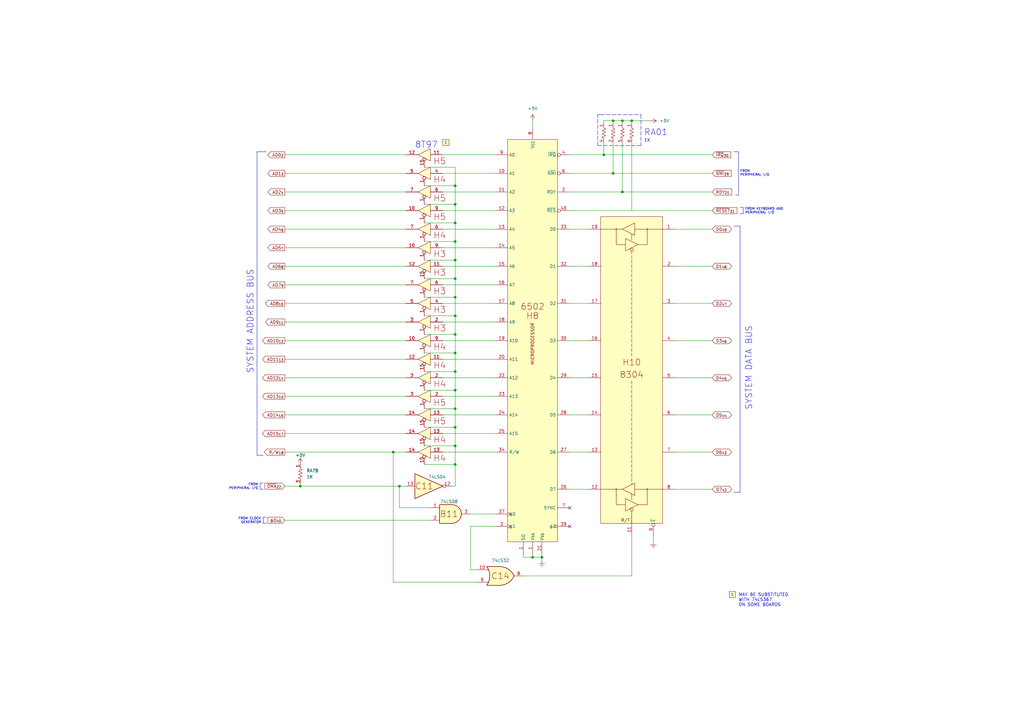
<source format=kicad_sch>
(kicad_sch (version 20211123) (generator eeschema)
  (paper "A3")
  (title_block (title "Apple II - Microprocessor") (date "2022-07-11") (rev "RFI") (company "Apple Computers, Inc.") (comment 1 "Original schematic by Apple Computers") (comment 2 "https://github.com/omega9380/Retro-Schematics") (comment 3 "Replication by Omega9380 - July 2022") (comment 4 "Source: The Apple II Circuit Description by W. Gayler"))
  (lib_symbols
    (symbol "Apple II:B11_74LS08" (pin_names (offset 1.016))
      (property "Value" "B11_74LS08" (at 0 -6.35 0))
      (symbol "B11_74LS08_0_0"
        (text "B11" (at 0 0 0) (effects (font (size 2.54 2.54))))
      )
      (symbol "B11_74LS08_0_1"
        (polyline (pts (xy 1.27 3.81) (xy -3.81 3.81) (xy -3.81 -3.81) (xy 1.27 -3.81)) (stroke (width 0.254)) (fill (type background)))
        (arc (start 1.27 -3.81) (mid 5.08 0) (end 1.27 3.81) (stroke (width 0.254)) (fill (type background)))
      )
      (symbol "B11_74LS08_1_1"
        (pin input line (at -7.62 2.54 0) (length 3.81) (name "~") (number "1"))
        (pin input line (at -7.62 -2.54 0) (length 3.81) (name "~") (number "2"))
        (pin output line (at 8.89 0 180) (length 3.81) (name "~") (number "3"))
      )
      (symbol "B11_74LS08_1_2"
        (arc (start -3.81 -3.81) (mid -2.589 0) (end -3.81 3.81) (stroke (width 0.254)))
        (arc (start -0.6096 -3.81) (mid 2.1842 -2.5851) (end 3.81 0) (stroke (width 0.254)) (fill (type background)))
        (polyline (pts (xy -3.81 -3.81) (xy -0.635 -3.81)) (stroke (width 0.254)) (fill (type background)))
        (polyline (pts (xy -3.81 3.81) (xy -0.635 3.81)) (stroke (width 0.254)) (fill (type background)))
        (polyline (pts (xy -0.635 3.81) (xy -3.81 3.81) (xy -3.81 3.81) (xy -3.556 3.4036) (xy -3.0226 2.2606) (xy -2.6924 1.0414) (xy -2.6162 -0.254) (xy -2.7686 -1.4986) (xy -3.175 -2.7178) (xy -3.81 -3.81) (xy -3.81 -3.81) (xy -0.635 -3.81)) (stroke (width -25.4)) (fill (type background)))
        (arc (start 3.81 0) (mid 2.1915 2.5936) (end -0.6096 3.81) (stroke (width 0.254)) (fill (type background)))
        (pin input inverted (at -7.62 2.54 0) (length 4.318) (name "~") (number "1"))
        (pin input inverted (at -7.62 -2.54 0) (length 4.318) (name "~") (number "2"))
        (pin output inverted (at 7.62 0 180) (length 3.81) (name "~") (number "3"))
      )
      (symbol "B11_74LS08_2_1"
        (pin input line (at -7.62 2.54 0) (length 3.81) (name "~") (number "4"))
        (pin input line (at -7.62 -2.54 0) (length 3.81) (name "~") (number "5"))
        (pin output line (at 8.89 0 180) (length 3.81) (name "~") (number "6"))
      )
      (symbol "B11_74LS08_2_2"
        (arc (start -3.81 -3.81) (mid -2.589 0) (end -3.81 3.81) (stroke (width 0.254)))
        (arc (start -0.6096 -3.81) (mid 2.1842 -2.5851) (end 3.81 0) (stroke (width 0.254)) (fill (type background)))
        (polyline (pts (xy -3.81 -3.81) (xy -0.635 -3.81)) (stroke (width 0.254)) (fill (type background)))
        (polyline (pts (xy -3.81 3.81) (xy -0.635 3.81)) (stroke (width 0.254)) (fill (type background)))
        (polyline (pts (xy -0.635 3.81) (xy -3.81 3.81) (xy -3.81 3.81) (xy -3.556 3.4036) (xy -3.0226 2.2606) (xy -2.6924 1.0414) (xy -2.6162 -0.254) (xy -2.7686 -1.4986) (xy -3.175 -2.7178) (xy -3.81 -3.81) (xy -3.81 -3.81) (xy -0.635 -3.81)) (stroke (width -25.4)) (fill (type background)))
        (arc (start 3.81 0) (mid 2.1915 2.5936) (end -0.6096 3.81) (stroke (width 0.254)) (fill (type background)))
        (pin input inverted (at -7.62 2.54 0) (length 4.318) (name "~") (number "4"))
        (pin input inverted (at -7.62 -2.54 0) (length 4.318) (name "~") (number "5"))
        (pin output inverted (at 7.62 0 180) (length 3.81) (name "~") (number "6"))
      )
      (symbol "B11_74LS08_3_1"
        (pin input line (at -7.62 -2.54 0) (length 3.81) (name "~") (number "10"))
        (pin output line (at 8.89 0 180) (length 3.81) (name "~") (number "8"))
        (pin input line (at -7.62 2.54 0) (length 3.81) (name "~") (number "9"))
      )
      (symbol "B11_74LS08_3_2"
        (arc (start -3.81 -3.81) (mid -2.589 0) (end -3.81 3.81) (stroke (width 0.254)))
        (arc (start -0.6096 -3.81) (mid 2.1842 -2.5851) (end 3.81 0) (stroke (width 0.254)) (fill (type background)))
        (polyline (pts (xy -3.81 -3.81) (xy -0.635 -3.81)) (stroke (width 0.254)) (fill (type background)))
        (polyline (pts (xy -3.81 3.81) (xy -0.635 3.81)) (stroke (width 0.254)) (fill (type background)))
        (polyline (pts (xy -0.635 3.81) (xy -3.81 3.81) (xy -3.81 3.81) (xy -3.556 3.4036) (xy -3.0226 2.2606) (xy -2.6924 1.0414) (xy -2.6162 -0.254) (xy -2.7686 -1.4986) (xy -3.175 -2.7178) (xy -3.81 -3.81) (xy -3.81 -3.81) (xy -0.635 -3.81)) (stroke (width -25.4)) (fill (type background)))
        (arc (start 3.81 0) (mid 2.1915 2.5936) (end -0.6096 3.81) (stroke (width 0.254)) (fill (type background)))
        (pin input inverted (at -7.62 -2.54 0) (length 4.318) (name "~") (number "10"))
        (pin output inverted (at 7.62 0 180) (length 3.81) (name "~") (number "8"))
        (pin input inverted (at -7.62 2.54 0) (length 4.318) (name "~") (number "9"))
      )
      (symbol "B11_74LS08_4_1"
        (pin output line (at 8.89 0 180) (length 3.81) (name "~") (number "11"))
        (pin input line (at -7.62 2.54 0) (length 3.81) (name "~") (number "12"))
        (pin input line (at -7.62 -2.54 0) (length 3.81) (name "~") (number "13"))
      )
      (symbol "B11_74LS08_4_2"
        (arc (start -3.81 -3.81) (mid -2.589 0) (end -3.81 3.81) (stroke (width 0.254)))
        (arc (start -0.6096 -3.81) (mid 2.1842 -2.5851) (end 3.81 0) (stroke (width 0.254)) (fill (type background)))
        (polyline (pts (xy -3.81 -3.81) (xy -0.635 -3.81)) (stroke (width 0.254)) (fill (type background)))
        (polyline (pts (xy -3.81 3.81) (xy -0.635 3.81)) (stroke (width 0.254)) (fill (type background)))
        (polyline (pts (xy -0.635 3.81) (xy -3.81 3.81) (xy -3.81 3.81) (xy -3.556 3.4036) (xy -3.0226 2.2606) (xy -2.6924 1.0414) (xy -2.6162 -0.254) (xy -2.7686 -1.4986) (xy -3.175 -2.7178) (xy -3.81 -3.81) (xy -3.81 -3.81) (xy -0.635 -3.81)) (stroke (width -25.4)) (fill (type background)))
        (arc (start 3.81 0) (mid 2.1915 2.5936) (end -0.6096 3.81) (stroke (width 0.254)) (fill (type background)))
        (pin output inverted (at 7.62 0 180) (length 3.81) (name "~") (number "11"))
        (pin input inverted (at -7.62 2.54 0) (length 4.318) (name "~") (number "12"))
        (pin input inverted (at -7.62 -2.54 0) (length 4.318) (name "~") (number "13"))
      )
    )
    (symbol "Apple II:C11_74LS04"
      (property "Value" "C11_74LS04" (at 7.62 -3.81 0))
      (symbol "C11_74LS04_0_0"
        (polyline (pts (xy -3.81 5.08) (xy -3.81 -5.08) (xy 7.62 0) (xy -3.81 5.08)) (stroke (width 0.254)) (fill (type background)))
        (text "C11" (at 0 0 0) (effects (font (size 2.54 2.54))))
      )
      (symbol "C11_74LS04_1_0"
        (pin input line (at -7.62 0 0) (length 3.81) (name "~") (number "1"))
        (pin output inverted (at 11.43 0 180) (length 3.81) (name "~") (number "2"))
      )
      (symbol "C11_74LS04_2_0"
        (pin input line (at -7.62 0 0) (length 3.81) (name "~") (number "3"))
        (pin output inverted (at 11.43 0 180) (length 3.81) (name "~") (number "4"))
      )
      (symbol "C11_74LS04_3_0"
        (pin input line (at -7.62 0 0) (length 3.81) (name "~") (number "5"))
        (pin output inverted (at 11.43 0 180) (length 3.81) (name "~") (number "6"))
      )
      (symbol "C11_74LS04_4_0"
        (pin output inverted (at 11.43 0 180) (length 3.81) (name "~") (number "8"))
        (pin input line (at -7.62 0 0) (length 3.81) (name "~") (number "9"))
      )
      (symbol "C11_74LS04_5_0"
        (pin output inverted (at 11.43 0 180) (length 3.81) (name "~") (number "10"))
        (pin input line (at -7.62 0 0) (length 3.81) (name "~") (number "11"))
      )
      (symbol "C11_74LS04_6_0"
        (pin output inverted (at 11.43 0 180) (length 3.81) (name "~") (number "12"))
        (pin input line (at -7.62 0 0) (length 3.81) (name "~") (number "13"))
      )
    )
    (symbol "Apple II:C14_74LS32" (pin_names (offset 1.016))
      (property "Value" "C14_74LS32" (at 0 -6.35 0))
      (symbol "C14_74LS32_0_0"
        (polyline (pts (xy -4.064 -2.54) (xy -4.572 -2.54)))
        (polyline (pts (xy -4.064 2.54) (xy -4.572 2.54)))
        (text "C14" (at 0.762 0 0) (effects (font (size 2.54 2.54))))
      )
      (symbol "C14_74LS32_0_1"
        (arc (start -4.8262 -3.81) (mid -3.6052 0) (end -4.8262 3.81) (stroke (width 0.254)))
        (polyline (pts (xy -4.826 -3.81) (xy 0.254 -3.81)) (stroke (width 0.254)) (fill (type background)))
        (polyline (pts (xy -4.826 3.81) (xy 0.254 3.81)) (stroke (width 0.254)) (fill (type background)))
        (polyline (pts (xy 0.508 3.81) (xy -4.699 3.81) (xy -4.699 3.81) (xy -4.445 3.4036) (xy -3.9116 2.2606) (xy -3.5814 1.0414) (xy -3.5052 -0.254) (xy -3.6576 -1.4986) (xy -4.064 -2.7178) (xy -4.699 -3.81) (xy -4.699 -3.81) (xy 0.508 -3.81)) (stroke (width -25.4)) (fill (type background)))
        (arc (start 0.254 -3.81) (mid 3.8863 -2.8398) (end 6.35 0) (stroke (width 0.254)) (fill (type background)))
        (arc (start 6.35 0) (mid 3.8942 2.8525) (end 0.254 3.81) (stroke (width 0.254)) (fill (type background)))
      )
      (symbol "C14_74LS32_1_1"
        (pin input line (at -8.89 2.54 0) (length 4.318) (name "~") (number "1"))
        (pin input line (at -8.89 -2.54 0) (length 4.318) (name "~") (number "2"))
        (pin output line (at 10.16 0 180) (length 3.81) (name "~") (number "3"))
      )
      (symbol "C14_74LS32_1_2"
        (arc (start 0 -3.81) (mid 3.81 0) (end 0 3.81) (stroke (width 0.254)) (fill (type background)))
        (polyline (pts (xy 0 3.81) (xy -3.81 3.81) (xy -3.81 -3.81) (xy 0 -3.81)) (stroke (width 0.254)) (fill (type background)))
        (pin input inverted (at -7.62 2.54 0) (length 3.81) (name "~") (number "1"))
        (pin input inverted (at -7.62 -2.54 0) (length 3.81) (name "~") (number "2"))
        (pin output inverted (at 7.62 0 180) (length 3.81) (name "~") (number "3"))
      )
      (symbol "C14_74LS32_2_1"
        (pin input line (at -8.89 2.54 0) (length 4.318) (name "~") (number "4"))
        (pin input line (at -8.89 -2.54 0) (length 4.318) (name "~") (number "5"))
        (pin output line (at 10.16 0 180) (length 3.81) (name "~") (number "6"))
      )
      (symbol "C14_74LS32_2_2"
        (arc (start 0 -3.81) (mid 3.81 0) (end 0 3.81) (stroke (width 0.254)) (fill (type background)))
        (polyline (pts (xy 0 3.81) (xy -3.81 3.81) (xy -3.81 -3.81) (xy 0 -3.81)) (stroke (width 0.254)) (fill (type background)))
        (pin input inverted (at -7.62 2.54 0) (length 3.81) (name "~") (number "4"))
        (pin input inverted (at -7.62 -2.54 0) (length 3.81) (name "~") (number "5"))
        (pin output inverted (at 7.62 0 180) (length 3.81) (name "~") (number "6"))
      )
      (symbol "C14_74LS32_3_1"
        (pin input line (at -8.89 -2.54 0) (length 4.318) (name "~") (number "10"))
        (pin output line (at 10.16 0 180) (length 3.81) (name "~") (number "8"))
        (pin input line (at -8.89 2.54 0) (length 4.318) (name "~") (number "9"))
      )
      (symbol "C14_74LS32_3_2"
        (arc (start 0 -3.81) (mid 3.81 0) (end 0 3.81) (stroke (width 0.254)) (fill (type background)))
        (polyline (pts (xy 0 3.81) (xy -3.81 3.81) (xy -3.81 -3.81) (xy 0 -3.81)) (stroke (width 0.254)) (fill (type background)))
        (pin input inverted (at -7.62 -2.54 0) (length 3.81) (name "~") (number "10"))
        (pin output inverted (at 7.62 0 180) (length 3.81) (name "~") (number "8"))
        (pin input inverted (at -7.62 2.54 0) (length 3.81) (name "~") (number "9"))
      )
      (symbol "C14_74LS32_4_1"
        (pin output line (at 10.16 0 180) (length 3.81) (name "~") (number "11"))
        (pin input line (at -8.89 2.54 0) (length 4.318) (name "~") (number "12"))
        (pin input line (at -8.89 -2.54 0) (length 4.318) (name "~") (number "13"))
      )
      (symbol "C14_74LS32_4_2"
        (arc (start 0 -3.81) (mid 3.81 0) (end 0 3.81) (stroke (width 0.254)) (fill (type background)))
        (polyline (pts (xy 0 3.81) (xy -3.81 3.81) (xy -3.81 -3.81) (xy 0 -3.81)) (stroke (width 0.254)) (fill (type background)))
        (pin output inverted (at 7.62 0 180) (length 3.81) (name "~") (number "11"))
        (pin input inverted (at -7.62 2.54 0) (length 3.81) (name "~") (number "12"))
        (pin input inverted (at -7.62 -2.54 0) (length 3.81) (name "~") (number "13"))
      )
    )
    (symbol "Apple II:H10_8304"
      (symbol "H10_8304_0_0"
        (polyline (pts (xy 0 -111.76) (xy 8.89 -111.76)))
        (polyline (pts (xy 0 -5.08) (xy 8.89 -5.08)))
        (polyline (pts (xy 12.7 -124.46) (xy 12.7 -125.73)))
        (polyline (pts (xy 12.7 -122.555) (xy 12.7 -123.825)))
        (polyline (pts (xy 12.7 -113.665) (xy 12.7 -116.078)))
        (polyline (pts (xy 12.7 -109.22) (xy 12.7 -109.855)))
        (polyline (pts (xy 12.7 -107.315) (xy 12.7 -108.585)))
        (polyline (pts (xy 12.7 -105.41) (xy 12.7 -106.68)))
        (polyline (pts (xy 12.7 -103.505) (xy 12.7 -104.775)))
        (polyline (pts (xy 12.7 -101.6) (xy 12.7 -102.87)))
        (polyline (pts (xy 12.7 -99.695) (xy 12.7 -100.965)))
        (polyline (pts (xy 12.7 -97.79) (xy 12.7 -99.06)))
        (polyline (pts (xy 12.7 -95.885) (xy 12.7 -97.155)))
        (polyline (pts (xy 12.7 -93.98) (xy 12.7 -95.25)))
        (polyline (pts (xy 12.7 -92.075) (xy 12.7 -93.345)))
        (polyline (pts (xy 12.7 -90.17) (xy 12.7 -91.44)))
        (polyline (pts (xy 12.7 -88.265) (xy 12.7 -89.535)))
        (polyline (pts (xy 12.7 -86.36) (xy 12.7 -87.63)))
        (polyline (pts (xy 12.7 -84.455) (xy 12.7 -85.725)))
        (polyline (pts (xy 12.7 -82.55) (xy 12.7 -83.82)))
        (polyline (pts (xy 12.7 -80.645) (xy 12.7 -81.915)))
        (polyline (pts (xy 12.7 -78.74) (xy 12.7 -80.01)))
        (polyline (pts (xy 12.7 -76.835) (xy 12.7 -78.105)))
        (polyline (pts (xy 12.7 -74.93) (xy 12.7 -76.2)))
        (polyline (pts (xy 12.7 -73.025) (xy 12.7 -74.295)))
        (polyline (pts (xy 12.7 -71.12) (xy 12.7 -72.39)))
        (polyline (pts (xy 12.7 -69.215) (xy 12.7 -70.485)))
        (polyline (pts (xy 12.7 -67.31) (xy 12.7 -68.58)))
        (polyline (pts (xy 12.7 -55.88) (xy 12.7 -57.15)))
        (polyline (pts (xy 12.7 -53.975) (xy 12.7 -55.245)))
        (polyline (pts (xy 12.7 -52.07) (xy 12.7 -53.34)))
        (polyline (pts (xy 12.7 -50.165) (xy 12.7 -51.435)))
        (polyline (pts (xy 12.7 -48.26) (xy 12.7 -49.53)))
        (polyline (pts (xy 12.7 -46.355) (xy 12.7 -47.625)))
        (polyline (pts (xy 12.7 -44.45) (xy 12.7 -45.72)))
        (polyline (pts (xy 12.7 -42.545) (xy 12.7 -43.815)))
        (polyline (pts (xy 12.7 -40.64) (xy 12.7 -41.91)))
        (polyline (pts (xy 12.7 -38.735) (xy 12.7 -40.005)))
        (polyline (pts (xy 12.7 -36.83) (xy 12.7 -38.1)))
        (polyline (pts (xy 12.7 -34.925) (xy 12.7 -36.195)))
        (polyline (pts (xy 12.7 -33.02) (xy 12.7 -34.29)))
        (polyline (pts (xy 12.7 -31.115) (xy 12.7 -32.385)))
        (polyline (pts (xy 12.7 -29.21) (xy 12.7 -30.48)))
        (polyline (pts (xy 12.7 -27.305) (xy 12.7 -28.575)))
        (polyline (pts (xy 12.7 -25.4) (xy 12.7 -26.67)))
        (polyline (pts (xy 12.7 -23.495) (xy 12.7 -24.765)))
        (polyline (pts (xy 12.7 -21.59) (xy 12.7 -22.86)))
        (polyline (pts (xy 12.7 -19.685) (xy 12.7 -20.955)))
        (polyline (pts (xy 12.7 -17.78) (xy 12.7 -19.05)))
        (polyline (pts (xy 12.7 -15.875) (xy 12.7 -17.145)))
        (polyline (pts (xy 12.7 -14.097) (xy 12.7 -15.24)))
        (polyline (pts (xy 12.7 -7.112) (xy 12.7 -9.525)))
        (polyline (pts (xy 25.4 -111.76) (xy 13.97 -111.76)))
        (polyline (pts (xy 25.4 -5.08) (xy 13.97 -5.08)))
        (polyline (pts (xy 10.16 -118.11) (xy 6.35 -118.11) (xy 6.35 -111.76)))
        (polyline (pts (xy 10.16 -11.43) (xy 6.35 -11.43) (xy 6.35 -5.08)))
        (polyline (pts (xy 15.24 -118.11) (xy 19.05 -118.11) (xy 19.05 -111.76)))
        (polyline (pts (xy 15.24 -11.43) (xy 19.05 -11.43) (xy 19.05 -5.08)))
        (polyline (pts (xy 8.89 -111.76) (xy 13.97 -109.22) (xy 13.97 -114.3) (xy 8.89 -111.76)) (fill (type background)))
        (polyline (pts (xy 8.89 -5.08) (xy 13.97 -2.54) (xy 13.97 -7.62) (xy 8.89 -5.08)) (fill (type background)))
        (polyline (pts (xy 15.24 -118.11) (xy 10.16 -120.65) (xy 10.16 -115.57) (xy 15.24 -118.11)) (fill (type background)))
        (polyline (pts (xy 15.24 -11.43) (xy 10.16 -13.97) (xy 10.16 -8.89) (xy 15.24 -11.43)) (fill (type background)))
        (circle (center 6.35 -111.76) (radius 0.1796) (fill (type outline)))
        (circle (center 6.35 -5.08) (radius 0.1796) (fill (type outline)))
        (circle (center 19.05 -111.76) (radius 0.1796) (fill (type outline)))
        (circle (center 19.05 -5.08) (radius 0.1796) (fill (type outline)))
        (text "8304" (at 12.7 -64.77 0) (effects (font (size 2.54 2.54))))
        (text "H10" (at 12.7 -59.69 0) (effects (font (size 2.54 2.54))))
        (text "R/T" (at 10.16 -124.46 0) (effects (font (size 1.27 1.27))))
      )
      (symbol "H10_8304_0_1"
        (polyline (pts (xy 12.7 -120.777) (xy 12.7 -125.73)))
        (rectangle (start 0 0) (end 25.4 -125.73) (fill (type background)))
        (circle (center 12.7 -120.142) (radius 0.635))
        (circle (center 12.7 -13.462) (radius 0.635))
      )
      (symbol "H10_8304_1_0"
        (pin passive line (at 30.48 -5.08 180) (length 5.08) (name "") (number "1"))
        (pin passive line (at 12.7 -130.81 90) (length 5.08) (name "") (number "11"))
        (pin passive line (at -5.08 -111.76 0) (length 5.08) (name "") (number "12"))
        (pin passive line (at -5.08 -96.52 0) (length 5.08) (name "") (number "13"))
        (pin passive line (at -5.08 -81.28 0) (length 5.08) (name "") (number "14"))
        (pin passive line (at -5.08 -66.04 0) (length 5.08) (name "") (number "15"))
        (pin passive line (at -5.08 -50.8 0) (length 5.08) (name "~") (number "16"))
        (pin passive line (at -5.08 -35.56 0) (length 5.08) (name "~") (number "17"))
        (pin passive line (at -5.08 -20.32 0) (length 5.08) (name "~") (number "18"))
        (pin passive line (at -5.08 -5.08 0) (length 5.08) (name "~") (number "19"))
        (pin passive line (at 30.48 -20.32 180) (length 5.08) (name "~") (number "2"))
        (pin passive line (at 30.48 -35.56 180) (length 5.08) (name "~") (number "3"))
        (pin passive line (at 30.48 -50.8 180) (length 5.08) (name "~") (number "4"))
        (pin passive line (at 30.48 -66.04 180) (length 5.08) (name "") (number "5"))
        (pin passive line (at 30.48 -81.28 180) (length 5.08) (name "") (number "6"))
        (pin passive line (at 30.48 -96.52 180) (length 5.08) (name "") (number "7"))
        (pin passive line (at 30.48 -111.76 180) (length 5.08) (name "") (number "8"))
        (pin passive inverted (at 21.59 -130.81 90) (length 5.08) (name "~{E}") (number "9"))
      )
    )
    (symbol "Apple II:H3_8T97"
      (symbol "H3_8T97_0_0"
        (polyline (pts (xy 3.81 0) (xy -1.27 2.54) (xy -1.27 -2.54) (xy 3.81 0)) (fill (type background)))
        (text "H3" (at -5.08 -2.54 0) (effects (font (size 2.54 2.54))))
      )
      (symbol "H3_8T97_1_0"
        (pin passive inverted (at 1.27 -5.08 90) (length 3.81) (name "") (number "1"))
        (pin passive line (at -6.35 0 0) (length 5.08) (name "") (number "2"))
        (pin passive line (at 8.89 0 180) (length 5.08) (name "") (number "3"))
      )
      (symbol "H3_8T97_2_0"
        (pin passive inverted (at 1.27 -5.08 90) (length 3.81) (name "") (number "1"))
        (pin passive line (at -6.35 0 0) (length 5.08) (name "") (number "4"))
        (pin passive line (at 8.89 0 180) (length 5.08) (name "") (number "5"))
      )
      (symbol "H3_8T97_3_0"
        (pin passive inverted (at 1.27 -5.08 90) (length 3.81) (name "") (number "1"))
        (pin passive line (at -6.35 0 0) (length 5.08) (name "") (number "6"))
        (pin passive line (at 8.89 0 180) (length 5.08) (name "") (number "7"))
      )
      (symbol "H3_8T97_4_0"
        (pin passive inverted (at 1.27 -5.08 90) (length 3.81) (name "") (number "1"))
        (pin passive line (at 8.89 0 180) (length 5.08) (name "") (number "10"))
        (pin passive line (at -6.35 0 0) (length 5.08) (name "") (number "9"))
      )
      (symbol "H3_8T97_5_0"
        (pin passive line (at -6.35 0 0) (length 5.08) (name "") (number "11"))
        (pin passive line (at 8.89 0 180) (length 5.08) (name "") (number "12"))
        (pin passive inverted (at 1.27 -5.08 90) (length 3.81) (name "") (number "15"))
      )
      (symbol "H3_8T97_6_0"
        (pin passive line (at -6.35 0 0) (length 5.08) (name "") (number "13"))
        (pin passive line (at 8.89 0 180) (length 5.08) (name "") (number "14"))
        (pin passive inverted (at 1.27 -5.08 90) (length 3.81) (name "") (number "15"))
      )
    )
    (symbol "Apple II:H4_8T97"
      (symbol "H4_8T97_0_0"
        (polyline (pts (xy 3.81 0) (xy -1.27 2.54) (xy -1.27 -2.54) (xy 3.81 0)) (fill (type background)))
        (text "H4" (at -5.08 -2.54 0) (effects (font (size 2.54 2.54))))
      )
      (symbol "H4_8T97_1_0"
        (pin passive inverted (at 1.27 -5.08 90) (length 3.81) (name "") (number "1"))
        (pin passive line (at -6.35 0 0) (length 5.08) (name "") (number "2"))
        (pin passive line (at 8.89 0 180) (length 5.08) (name "") (number "3"))
      )
      (symbol "H4_8T97_2_0"
        (pin passive inverted (at 1.27 -5.08 90) (length 3.81) (name "") (number "1"))
        (pin passive line (at -6.35 0 0) (length 5.08) (name "") (number "4"))
        (pin passive line (at 8.89 0 180) (length 5.08) (name "") (number "5"))
      )
      (symbol "H4_8T97_3_0"
        (pin passive inverted (at 1.27 -5.08 90) (length 3.81) (name "") (number "1"))
        (pin passive line (at -6.35 0 0) (length 5.08) (name "") (number "6"))
        (pin passive line (at 8.89 0 180) (length 5.08) (name "") (number "7"))
      )
      (symbol "H4_8T97_4_0"
        (pin passive inverted (at 1.27 -5.08 90) (length 3.81) (name "") (number "1"))
        (pin passive line (at 8.89 0 180) (length 5.08) (name "") (number "10"))
        (pin passive line (at -6.35 0 0) (length 5.08) (name "") (number "9"))
      )
      (symbol "H4_8T97_5_0"
        (pin passive line (at -6.35 0 0) (length 5.08) (name "") (number "11"))
        (pin passive line (at 8.89 0 180) (length 5.08) (name "") (number "12"))
        (pin passive inverted (at 1.27 -5.08 90) (length 3.81) (name "") (number "15"))
      )
      (symbol "H4_8T97_6_0"
        (pin passive line (at -6.35 0 0) (length 5.08) (name "") (number "13"))
        (pin passive line (at 8.89 0 180) (length 5.08) (name "") (number "14"))
        (pin passive inverted (at 1.27 -5.08 90) (length 3.81) (name "") (number "15"))
      )
    )
    (symbol "Apple II:H5_8T97"
      (symbol "H5_8T97_0_0"
        (polyline (pts (xy 3.81 0) (xy -1.27 2.54) (xy -1.27 -2.54) (xy 3.81 0)) (fill (type background)))
        (text "H5" (at -5.08 -2.54 0) (effects (font (size 2.54 2.54))))
      )
      (symbol "H5_8T97_1_0"
        (pin passive inverted (at 1.27 -5.08 90) (length 3.81) (name "") (number "1"))
        (pin passive line (at -6.35 0 0) (length 5.08) (name "") (number "2"))
        (pin passive line (at 8.89 0 180) (length 5.08) (name "") (number "3"))
      )
      (symbol "H5_8T97_2_0"
        (pin passive inverted (at 1.27 -5.08 90) (length 3.81) (name "") (number "1"))
        (pin passive line (at -6.35 0 0) (length 5.08) (name "") (number "4"))
        (pin passive line (at 8.89 0 180) (length 5.08) (name "") (number "5"))
      )
      (symbol "H5_8T97_3_0"
        (pin passive inverted (at 1.27 -5.08 90) (length 3.81) (name "") (number "1"))
        (pin passive line (at -6.35 0 0) (length 5.08) (name "") (number "6"))
        (pin passive line (at 8.89 0 180) (length 5.08) (name "") (number "7"))
      )
      (symbol "H5_8T97_4_0"
        (pin passive inverted (at 1.27 -5.08 90) (length 3.81) (name "") (number "1"))
        (pin passive line (at 8.89 0 180) (length 5.08) (name "") (number "10"))
        (pin passive line (at -6.35 0 0) (length 5.08) (name "") (number "9"))
      )
      (symbol "H5_8T97_5_0"
        (pin passive line (at -6.35 0 0) (length 5.08) (name "") (number "11"))
        (pin passive line (at 8.89 0 180) (length 5.08) (name "") (number "12"))
        (pin passive inverted (at 1.27 -5.08 90) (length 3.81) (name "") (number "15"))
      )
      (symbol "H5_8T97_6_0"
        (pin passive line (at -6.35 0 0) (length 5.08) (name "") (number "13"))
        (pin passive line (at 8.89 0 180) (length 5.08) (name "") (number "14"))
        (pin passive inverted (at 1.27 -5.08 90) (length 3.81) (name "") (number "15"))
      )
    )
    (symbol "Apple II:H8_6502"
      (symbol "H8_6502_0_0"
        (rectangle (start 0 0) (end 20.32 -165.1) (fill (type background)))
        (text "6502" (at 10.16 -68.58 0) (effects (font (size 2.54 2.54))))
        (text "H8" (at 10.16 -72.39 0) (effects (font (size 2.54 2.54))))
        (text "MICROPROCESSOR" (at 10.16 -83.82 900) (effects (font (size 1.27 1.27))))
      )
      (symbol "H8_6502_1_0"
        (pin passive line (at 6.35 -170.18 90) (length 5.08) (name "SO") (number "1"))
        (pin passive line (at 10.16 -170.18 90) (length 5.08) (name "V_{SS}") (number "1"))
        (pin passive line (at -5.08 -13.97 0) (length 5.08) (name "A1") (number "10"))
        (pin passive line (at -5.08 -21.59 0) (length 5.08) (name "A2") (number "11"))
        (pin passive line (at -5.08 -29.21 0) (length 5.08) (name "A3") (number "12"))
        (pin passive line (at -5.08 -36.83 0) (length 5.08) (name "A4") (number "13"))
        (pin passive line (at -5.08 -44.45 0) (length 5.08) (name "A5") (number "14"))
        (pin passive line (at -5.08 -52.07 0) (length 5.08) (name "A6") (number "15"))
        (pin passive line (at -5.08 -59.69 0) (length 5.08) (name "A7") (number "16"))
        (pin passive line (at -5.08 -67.31 0) (length 5.08) (name "A8") (number "17"))
        (pin passive line (at -5.08 -74.93 0) (length 5.08) (name "A9") (number "18"))
        (pin passive line (at -5.08 -82.55 0) (length 5.08) (name "A10") (number "19"))
        (pin passive line (at 25.4 -21.59 180) (length 5.08) (name "RDY") (number "2"))
        (pin passive line (at -5.08 -90.17 0) (length 5.08) (name "A11") (number "20"))
        (pin passive line (at 13.97 -170.18 90) (length 5.08) (name "V_{SS}") (number "21"))
        (pin passive line (at -5.08 -97.79 0) (length 5.08) (name "A12") (number "22"))
        (pin passive line (at -5.08 -105.41 0) (length 5.08) (name "A13") (number "23"))
        (pin passive line (at -5.08 -113.03 0) (length 5.08) (name "A14") (number "24"))
        (pin passive line (at -5.08 -120.65 0) (length 5.08) (name "A15") (number "25"))
        (pin passive line (at 25.4 -143.51 180) (length 5.08) (name "D7") (number "26"))
        (pin passive line (at 25.4 -128.27 180) (length 5.08) (name "D6") (number "27"))
        (pin passive line (at 25.4 -113.03 180) (length 5.08) (name "D5") (number "28"))
        (pin passive line (at 25.4 -97.79 180) (length 5.08) (name "D4") (number "29"))
        (pin passive clock (at -5.08 -158.75 0) (length 5.08) (name "ɸ1") (number "3"))
        (pin passive line (at 25.4 -82.55 180) (length 5.08) (name "D3") (number "30"))
        (pin passive line (at 25.4 -67.31 180) (length 5.08) (name "D2") (number "31"))
        (pin passive line (at 25.4 -52.07 180) (length 5.08) (name "D1") (number "32"))
        (pin passive line (at 25.4 -36.83 180) (length 5.08) (name "D0") (number "33"))
        (pin passive line (at -5.08 -128.27 0) (length 5.08) (name "R/W") (number "34"))
        (pin passive clock (at -5.08 -153.67 0) (length 5.08) (name "ɸ0") (number "37"))
        (pin passive clock (at 25.4 -158.75 180) (length 5.08) (name "ɸ2") (number "39"))
        (pin passive inverted (at 25.4 -6.35 180) (length 5.08) (name "~{IRQ}") (number "4"))
        (pin passive inverted (at 25.4 -29.21 180) (length 5.08) (name "~{RES}") (number "40"))
        (pin passive inverted (at 25.4 -13.97 180) (length 5.08) (name "~{NMI}") (number "6"))
        (pin passive line (at 25.4 -151.13 180) (length 5.08) (name "SYNC") (number "7"))
        (pin passive line (at 10.16 5.08 270) (length 5.08) (name "V_{CC}") (number "8"))
        (pin passive line (at -5.08 -6.35 0) (length 5.08) (name "A0") (number "9"))
      )
    )
    (symbol "Apple II:NOTE_NUMBER"
      (property "Value" "NOTE_NUMBER" (at 0 0 0))
      (symbol "NOTE_NUMBER_0_0"
        (rectangle (start -1.27 1.27) (end 1.27 -1.27) (fill (type background)))
      )
    )
    (symbol "Apple II:R_Network08_US_Split" (pin_names (offset 0) hide)
      (property "Reference" "RN" (at 2.032 0 90))
      (property "Value" "R_Network08_US_Split" (at 5.08 0 90))
      (symbol "R_Network08_US_Split_0_1"
        (polyline (pts (xy 0 2.54) (xy 0 2.032) (xy 0.762 1.6764) (xy -0.762 1.016) (xy 0.762 0.3556) (xy -0.762 -0.3302) (xy 0.762 -1.016) (xy -0.762 -1.6764) (xy 0 -2.032) (xy 0 -2.54)))
        (pin passive line (at 0 3.81 270) (length 1.27) (name "R1.1") (number "1"))
      )
      (symbol "R_Network08_US_Split_1_1"
        (pin passive line (at 0 -3.81 90) (length 1.27) (name "R1.2") (number "2"))
      )
      (symbol "R_Network08_US_Split_2_1"
        (pin passive line (at 0 -3.81 90) (length 1.27) (name "R2.2") (number "3"))
      )
      (symbol "R_Network08_US_Split_3_1"
        (pin passive line (at 0 -3.81 90) (length 1.27) (name "R3.2") (number "4"))
      )
      (symbol "R_Network08_US_Split_4_1"
        (pin passive line (at 0 -3.81 90) (length 1.27) (name "R4.2") (number "5"))
      )
      (symbol "R_Network08_US_Split_5_1"
        (pin passive line (at 0 -3.81 90) (length 1.27) (name "R5.2") (number "6"))
      )
      (symbol "R_Network08_US_Split_6_1"
        (pin passive line (at 0 -3.81 90) (length 1.27) (name "R6.2") (number "7"))
      )
      (symbol "R_Network08_US_Split_7_1"
        (pin passive line (at 0 -3.81 90) (length 1.27) (name "R7.2") (number "8"))
      )
      (symbol "R_Network08_US_Split_8_1"
        (pin passive line (at 0 -3.81 90) (length 1.27) (name "R8.2") (number "9"))
      )
    )
    (symbol "power:+5V" (power) (pin_names (offset 0))
      (property "Value" "+5V" (at 0 3.556 0))
      (symbol "+5V_0_1"
        (polyline (pts (xy -0.762 1.27) (xy 0 2.54)))
        (polyline (pts (xy 0 0) (xy 0 2.54)))
        (polyline (pts (xy 0 2.54) (xy 0.762 1.27)))
      )
      (symbol "+5V_1_1"
        (pin power_in line (at 0 0 90) (length 0) hide (name "+5V") (number "1"))
      )
    )
    (symbol "power:Earth" (power) (pin_names (offset 0))
      (symbol "Earth_0_1"
        (polyline (pts (xy -0.635 -1.905) (xy 0.635 -1.905)))
        (polyline (pts (xy -0.127 -2.54) (xy 0.127 -2.54)))
        (polyline (pts (xy 0 -1.27) (xy 0 0)))
        (polyline (pts (xy 1.27 -1.27) (xy -1.27 -1.27)))
      )
      (symbol "Earth_1_1"
        (pin power_in line (at 0 0 270) (length 0) hide (name "Earth") (number "1"))
      )
    )
  )
  (junction (at 186.69 99.06))
  (junction (at 186.69 121.92))
  (junction (at 186.69 182.88))
  (junction (at 251.46 49.53))
  (junction (at 186.69 167.64))
  (junction (at 186.69 76.2))
  (junction (at 163.83 199.39))
  (junction (at 123.19 199.39))
  (junction (at 186.69 129.54))
  (junction (at 186.69 160.02))
  (junction (at 186.69 152.4))
  (junction (at 161.29 185.42))
  (junction (at 259.08 49.53))
  (junction (at 251.46 71.12))
  (junction (at 255.27 49.53))
  (junction (at 247.65 63.5))
  (junction (at 218.44 228.6))
  (junction (at 186.69 106.68))
  (junction (at 186.69 190.5))
  (junction (at 186.69 175.26))
  (junction (at 186.69 137.16))
  (junction (at 222.25 228.6))
  (junction (at 186.69 83.82))
  (junction (at 186.69 144.78))
  (junction (at 186.69 114.3))
  (junction (at 255.27 78.74))
  (junction (at 186.69 91.44))
  (no_connect (at 233.68 208.28))
  (no_connect (at 233.68 215.9))
  (wire (pts (xy 173.99 106.68) (xy 186.69 106.68)))
  (wire (pts (xy 233.68 71.12) (xy 251.46 71.12)))
  (wire (pts (xy 116.84 86.36) (xy 166.37 86.36)))
  (wire (pts (xy 123.19 198.12) (xy 123.19 199.39)))
  (wire (pts (xy 181.61 124.46) (xy 203.2 124.46)))
  (polyline (pts (xy 107.95 212.09) (xy 107.95 214.63)) (stroke (width 0) (type solid)))
  (wire (pts (xy 123.19 199.39) (xy 163.83 199.39)))
  (wire (pts (xy 116.84 101.6) (xy 166.37 101.6)))
  (polyline (pts (xy 107.95 186.69) (xy 105.41 186.69)) (stroke (width 0) (type solid)))
  (wire (pts (xy 193.04 215.9) (xy 193.04 233.68)))
  (wire (pts (xy 176.53 208.28) (xy 163.83 208.28)))
  (wire (pts (xy 173.99 129.54) (xy 186.69 129.54)))
  (wire (pts (xy 173.99 114.3) (xy 186.69 114.3)))
  (wire (pts (xy 241.3 124.46) (xy 233.68 124.46)))
  (wire (pts (xy 186.69 137.16) (xy 186.69 144.78)))
  (wire (pts (xy 173.99 83.82) (xy 186.69 83.82)))
  (wire (pts (xy 116.84 132.08) (xy 166.37 132.08)))
  (polyline (pts (xy 303.53 92.71) (xy 303.53 201.93)) (stroke (width 0) (type solid)))
  (wire (pts (xy 116.84 124.46) (xy 166.37 124.46)))
  (wire (pts (xy 186.69 91.44) (xy 186.69 99.06)))
  (wire (pts (xy 181.61 71.12) (xy 203.2 71.12)))
  (wire (pts (xy 259.08 49.53) (xy 259.08 50.8)))
  (wire (pts (xy 116.84 154.94) (xy 166.37 154.94)))
  (wire (pts (xy 247.65 49.53) (xy 251.46 49.53)))
  (wire (pts (xy 116.84 213.36) (xy 176.53 213.36)))
  (wire (pts (xy 292.1 63.5) (xy 247.65 63.5)))
  (polyline (pts (xy 246.38 46.99) (xy 262.89 46.99)))
  (wire (pts (xy 241.3 154.94) (xy 233.68 154.94)))
  (wire (pts (xy 181.61 132.08) (xy 203.2 132.08)))
  (wire (pts (xy 292.1 154.94) (xy 276.86 154.94)))
  (wire (pts (xy 173.99 190.5) (xy 186.69 190.5)))
  (wire (pts (xy 292.1 93.98) (xy 276.86 93.98)))
  (wire (pts (xy 116.84 162.56) (xy 166.37 162.56)))
  (wire (pts (xy 186.69 114.3) (xy 186.69 121.92)))
  (wire (pts (xy 241.3 185.42) (xy 233.68 185.42)))
  (wire (pts (xy 195.58 238.76) (xy 161.29 238.76)))
  (wire (pts (xy 247.65 50.8) (xy 247.65 49.53)))
  (wire (pts (xy 173.99 76.2) (xy 186.69 76.2)))
  (wire (pts (xy 241.3 170.18) (xy 233.68 170.18)))
  (wire (pts (xy 267.97 222.25) (xy 267.97 219.71)))
  (wire (pts (xy 116.84 109.22) (xy 166.37 109.22)))
  (wire (pts (xy 181.61 177.8) (xy 203.2 177.8)))
  (wire (pts (xy 186.69 83.82) (xy 186.69 91.44)))
  (wire (pts (xy 292.1 78.74) (xy 255.27 78.74)))
  (polyline (pts (xy 300.99 62.23) (xy 302.895 62.23)) (stroke (width 0) (type solid)))
  (wire (pts (xy 292.1 200.66) (xy 276.86 200.66)))
  (wire (pts (xy 173.99 167.64) (xy 186.69 167.64)))
  (wire (pts (xy 163.83 199.39) (xy 166.37 199.39)))
  (wire (pts (xy 292.1 109.22) (xy 276.86 109.22)))
  (wire (pts (xy 233.68 86.36) (xy 292.1 86.36)))
  (wire (pts (xy 116.84 147.32) (xy 166.37 147.32)))
  (wire (pts (xy 186.69 106.68) (xy 186.69 114.3)))
  (polyline (pts (xy 107.95 200.66) (xy 106.68 200.66)) (stroke (width 0) (type solid)))
  (wire (pts (xy 186.69 99.06) (xy 186.69 106.68)))
  (wire (pts (xy 173.99 121.92) (xy 186.69 121.92)))
  (wire (pts (xy 173.99 99.06) (xy 186.69 99.06)))
  (wire (pts (xy 181.61 86.36) (xy 203.2 86.36)))
  (wire (pts (xy 193.04 233.68) (xy 195.58 233.68)))
  (wire (pts (xy 247.65 58.42) (xy 247.65 63.5)))
  (polyline (pts (xy 107.95 198.12) (xy 106.68 198.12)) (stroke (width 0) (type solid)))
  (wire (pts (xy 173.99 68.58) (xy 186.69 68.58)))
  (wire (pts (xy 116.84 116.84) (xy 166.37 116.84)))
  (polyline (pts (xy 109.22 214.63) (xy 107.95 214.63)) (stroke (width 0) (type solid)))
  (wire (pts (xy 181.61 78.74) (xy 203.2 78.74)))
  (wire (pts (xy 186.69 129.54) (xy 186.69 137.16)))
  (wire (pts (xy 218.44 49.53) (xy 218.44 52.07)))
  (polyline (pts (xy 300.99 92.71) (xy 303.53 92.71)) (stroke (width 0) (type solid)))
  (wire (pts (xy 173.99 91.44) (xy 186.69 91.44)))
  (polyline (pts (xy 300.99 201.93) (xy 303.53 201.93)) (stroke (width 0) (type solid)))
  (polyline (pts (xy 245.11 59.69) (xy 245.11 46.99)))
  (wire (pts (xy 186.69 182.88) (xy 186.69 190.5)))
  (wire (pts (xy 116.84 93.98) (xy 166.37 93.98)))
  (polyline (pts (xy 301.625 80.01) (xy 302.895 80.01)) (stroke (width 0) (type solid)))
  (wire (pts (xy 241.3 93.98) (xy 233.68 93.98)))
  (wire (pts (xy 161.29 238.76) (xy 161.29 185.42)))
  (polyline (pts (xy 303.53 85.09) (xy 304.8 85.09)) (stroke (width 0) (type solid)))
  (polyline (pts (xy 105.41 62.23) (xy 105.41 186.69)) (stroke (width 0) (type solid)))
  (wire (pts (xy 255.27 58.42) (xy 255.27 78.74)))
  (wire (pts (xy 173.99 175.26) (xy 186.69 175.26)))
  (wire (pts (xy 214.63 228.6) (xy 218.44 228.6)))
  (wire (pts (xy 181.61 170.18) (xy 203.2 170.18)))
  (wire (pts (xy 241.3 200.66) (xy 233.68 200.66)))
  (wire (pts (xy 181.61 139.7) (xy 203.2 139.7)))
  (wire (pts (xy 259.08 58.42) (xy 259.08 86.36)))
  (wire (pts (xy 186.69 167.64) (xy 186.69 175.26)))
  (wire (pts (xy 193.04 210.82) (xy 203.2 210.82)))
  (polyline (pts (xy 106.68 198.12) (xy 106.68 200.66)) (stroke (width 0) (type solid)))
  (wire (pts (xy 186.69 199.39) (xy 185.42 199.39)))
  (wire (pts (xy 222.25 228.6) (xy 222.25 229.87)))
  (polyline (pts (xy 109.22 212.09) (xy 107.95 212.09)) (stroke (width 0) (type solid)))
  (wire (pts (xy 181.61 185.42) (xy 203.2 185.42)))
  (wire (pts (xy 251.46 49.53) (xy 251.46 50.8)))
  (wire (pts (xy 222.25 228.6) (xy 222.25 227.33)))
  (wire (pts (xy 292.1 170.18) (xy 276.86 170.18)))
  (wire (pts (xy 181.61 101.6) (xy 203.2 101.6)))
  (wire (pts (xy 251.46 58.42) (xy 251.46 71.12)))
  (wire (pts (xy 181.61 93.98) (xy 203.2 93.98)))
  (polyline (pts (xy 304.8 85.09) (xy 304.8 87.63)) (stroke (width 0) (type solid)))
  (wire (pts (xy 259.08 236.22) (xy 214.63 236.22)))
  (wire (pts (xy 218.44 228.6) (xy 222.25 228.6)))
  (wire (pts (xy 186.69 152.4) (xy 186.69 160.02)))
  (wire (pts (xy 259.08 49.53) (xy 266.7 49.53)))
  (wire (pts (xy 186.69 160.02) (xy 186.69 167.64)))
  (wire (pts (xy 181.61 116.84) (xy 203.2 116.84)))
  (wire (pts (xy 173.99 152.4) (xy 186.69 152.4)))
  (wire (pts (xy 255.27 78.74) (xy 233.68 78.74)))
  (wire (pts (xy 116.84 185.42) (xy 161.29 185.42)))
  (wire (pts (xy 181.61 109.22) (xy 203.2 109.22)))
  (wire (pts (xy 181.61 63.5) (xy 203.2 63.5)))
  (wire (pts (xy 214.63 227.33) (xy 214.63 228.6)))
  (wire (pts (xy 203.2 215.9) (xy 193.04 215.9)))
  (wire (pts (xy 163.83 208.28) (xy 163.83 199.39)))
  (polyline (pts (xy 262.89 59.69) (xy 245.11 59.69)))
  (wire (pts (xy 116.84 78.74) (xy 166.37 78.74)))
  (wire (pts (xy 186.69 76.2) (xy 186.69 83.82)))
  (wire (pts (xy 173.99 144.78) (xy 186.69 144.78)))
  (wire (pts (xy 161.29 185.42) (xy 166.37 185.42)))
  (wire (pts (xy 181.61 162.56) (xy 203.2 162.56)))
  (wire (pts (xy 255.27 49.53) (xy 259.08 49.53)))
  (wire (pts (xy 186.69 190.5) (xy 186.69 199.39)))
  (wire (pts (xy 247.65 63.5) (xy 233.68 63.5)))
  (polyline (pts (xy 302.895 62.23) (xy 302.895 80.01)) (stroke (width 0) (type solid)))
  (wire (pts (xy 292.1 139.7) (xy 276.86 139.7)))
  (polyline (pts (xy 109.22 62.23) (xy 105.41 62.23)) (stroke (width 0) (type solid)))
  (wire (pts (xy 116.84 199.39) (xy 123.19 199.39)))
  (wire (pts (xy 116.84 139.7) (xy 166.37 139.7)))
  (wire (pts (xy 186.69 175.26) (xy 186.69 182.88)))
  (wire (pts (xy 251.46 71.12) (xy 292.1 71.12)))
  (wire (pts (xy 116.84 177.8) (xy 166.37 177.8)))
  (wire (pts (xy 241.3 139.7) (xy 233.68 139.7)))
  (wire (pts (xy 116.84 63.5) (xy 166.37 63.5)))
  (wire (pts (xy 173.99 137.16) (xy 186.69 137.16)))
  (wire (pts (xy 255.27 49.53) (xy 255.27 50.8)))
  (polyline (pts (xy 245.11 46.99) (xy 246.38 46.99)))
  (wire (pts (xy 292.1 185.42) (xy 276.86 185.42)))
  (wire (pts (xy 181.61 147.32) (xy 203.2 147.32)))
  (wire (pts (xy 241.3 109.22) (xy 233.68 109.22)))
  (wire (pts (xy 173.99 160.02) (xy 186.69 160.02)))
  (wire (pts (xy 292.1 124.46) (xy 276.86 124.46)))
  (polyline (pts (xy 262.89 46.99) (xy 262.89 59.69)))
  (wire (pts (xy 259.08 219.71) (xy 259.08 236.22)))
  (wire (pts (xy 116.84 71.12) (xy 166.37 71.12)))
  (polyline (pts (xy 303.53 87.63) (xy 304.8 87.63)) (stroke (width 0) (type solid)))
  (wire (pts (xy 186.69 121.92) (xy 186.69 129.54)))
  (wire (pts (xy 173.99 182.88) (xy 186.69 182.88)))
  (wire (pts (xy 116.84 170.18) (xy 166.37 170.18)))
  (wire (pts (xy 186.69 144.78) (xy 186.69 152.4)))
  (wire (pts (xy 186.69 68.58) (xy 186.69 76.2)))
  (wire (pts (xy 181.61 154.94) (xy 203.2 154.94)))
  (wire (pts (xy 218.44 227.33) (xy 218.44 228.6)))
  (wire (pts (xy 251.46 49.53) (xy 255.27 49.53)))
  (text "SYSTEM DATA BUS" (at 308.61 168.275 90) (effects (font (size 2.54 2.54)) (justify left bottom)))
  (text "1K" (at 264.16 58.42 0) (effects (font (size 1.27 1.27)) (justify left bottom)))
  (text "FROM\nPERIPHERAL I/O" (at 105.918 200.914 180) (effects (font (size 0.96 0.96)) (justify right bottom)))
  (text "MAY BE SUBSTITUTED\nWITH 74LS367\nON SOME BOARDS" (at 302.895 248.92 0) (effects (font (size 1.27 1.27)) (justify left bottom)))
  (text "FROM\nPERIPHERAL I/O" (at 303.53 72.39 0) (effects (font (size 0.96 0.96)) (justify left bottom)))
  (text "FROM KEYBOARD AND\nPERIPHERAL I/O" (at 305.562 87.884 0) (effects (font (size 0.96 0.96)) (justify left bottom)))
  (text "SYSTEM ADDRESS BUS" (at 104.14 110.49 270) (effects (font (size 2.54 2.54)) (justify right bottom)))
  (text "8T97" (at 170.18 60.96 0) (effects (font (size 2.54 2.54)) (justify left bottom)))
  (text "RA01" (at 264.16 55.88 0) (effects (font (size 2.54 2.54)) (justify left bottom)))
  (text "FROM CLOCK\nGENERATOR" (at 107.188 214.884 180) (effects (font (size 0.96 0.96)) (justify right bottom)))
  (global_label "~{IRQ}_{30}" (shape input) (at 292.1 63.5 0) (property "Intersheet References" "${INTERSHEET_REFS}" (effects hide)))
  (global_label "AD0_{2}" (shape output) (at 116.84 63.5 180) (property "Intersheet References" "${INTERSHEET_REFS}" (effects hide)))
  (global_label "AD9_{11}" (shape output) (at 116.84 132.08 180) (property "Intersheet References" "${INTERSHEET_REFS}" (effects hide)))
  (global_label "~{RESET}_{31}" (shape input) (at 292.1 86.36 0) (property "Intersheet References" "${INTERSHEET_REFS}" (effects hide)))
  (global_label "D3_{46}" (shape bidirectional) (at 292.1 139.7 0) (property "Intersheet References" "${INTERSHEET_REFS}" (effects hide)))
  (global_label "ɸ0_{40}" (shape input) (at 116.84 213.36 180) (property "Intersheet References" "${INTERSHEET_REFS}" (effects hide)))
  (global_label "R{slash}W_{18}" (shape output) (at 116.84 185.42 180) (property "Intersheet References" "${INTERSHEET_REFS}" (effects hide)))
  (global_label "D1_{48}" (shape bidirectional) (at 292.1 109.22 0) (property "Intersheet References" "${INTERSHEET_REFS}" (effects hide)))
  (global_label "D6_{43}" (shape bidirectional) (at 292.1 185.42 0) (property "Intersheet References" "${INTERSHEET_REFS}" (effects hide)))
  (global_label "D4_{45}" (shape bidirectional) (at 292.1 154.94 0) (property "Intersheet References" "${INTERSHEET_REFS}" (effects hide)))
  (global_label "~{NMI}_{29}" (shape input) (at 292.1 71.12 0) (property "Intersheet References" "${INTERSHEET_REFS}" (effects hide)))
  (global_label "AD6_{8}" (shape output) (at 116.84 109.22 180) (property "Intersheet References" "${INTERSHEET_REFS}" (effects hide)))
  (global_label "AD11_{13}" (shape output) (at 116.84 147.32 180) (property "Intersheet References" "${INTERSHEET_REFS}" (effects hide)))
  (global_label "AD7_{9}" (shape output) (at 116.84 116.84 180) (property "Intersheet References" "${INTERSHEET_REFS}" (effects hide)))
  (global_label "D0_{49}" (shape bidirectional) (at 292.1 93.98 0) (property "Intersheet References" "${INTERSHEET_REFS}" (effects hide)))
  (global_label "D2_{47}" (shape bidirectional) (at 292.1 124.46 0) (property "Intersheet References" "${INTERSHEET_REFS}" (effects hide)))
  (global_label "AD5_{7}" (shape output) (at 116.84 101.6 180) (property "Intersheet References" "${INTERSHEET_REFS}" (effects hide)))
  (global_label "AD12_{14}" (shape output) (at 116.84 154.94 180) (property "Intersheet References" "${INTERSHEET_REFS}" (effects hide)))
  (global_label "AD14_{16}" (shape output) (at 116.84 170.18 180) (property "Intersheet References" "${INTERSHEET_REFS}" (effects hide)))
  (global_label "D7_{42}" (shape bidirectional) (at 292.1 200.66 0) (property "Intersheet References" "${INTERSHEET_REFS}" (effects hide)))
  (global_label "RDY_{21}" (shape input) (at 292.1 78.74 0) (property "Intersheet References" "${INTERSHEET_REFS}" (effects hide)))
  (global_label "AD15_{17}" (shape output) (at 116.84 177.8 180) (property "Intersheet References" "${INTERSHEET_REFS}" (effects hide)))
  (global_label "AD10_{12}" (shape output) (at 116.84 139.7 180) (property "Intersheet References" "${INTERSHEET_REFS}" (effects hide)))
  (global_label "~{DMA}_{22}" (shape input) (at 116.84 199.39 180) (property "Intersheet References" "${INTERSHEET_REFS}" (effects hide)))
  (global_label "AD1_{3}" (shape output) (at 116.84 71.12 180) (property "Intersheet References" "${INTERSHEET_REFS}" (effects hide)))
  (global_label "AD8_{10}" (shape output) (at 116.84 124.46 180) (property "Intersheet References" "${INTERSHEET_REFS}" (effects hide)))
  (global_label "D5_{44}" (shape bidirectional) (at 292.1 170.18 0) (property "Intersheet References" "${INTERSHEET_REFS}" (effects hide)))
  (global_label "AD2_{4}" (shape output) (at 116.84 78.74 180) (property "Intersheet References" "${INTERSHEET_REFS}" (effects hide)))
  (global_label "AD4_{6}" (shape output) (at 116.84 93.98 180) (property "Intersheet References" "${INTERSHEET_REFS}" (effects hide)))
  (global_label "AD13_{15}" (shape output) (at 116.84 162.56 180) (property "Intersheet References" "${INTERSHEET_REFS}" (effects hide)))
  (global_label "AD3_{5}" (shape output) (at 116.84 86.36 180) (property "Intersheet References" "${INTERSHEET_REFS}" (effects hide)))
  (symbol (lib_id "Apple II:H3_8T97") (at 175.26 132.08 0) (mirror y) (unit 1)
    (property "Reference" "U?" (effects hide))
    (property "Value" "H3_8T97" (effects hide))
  )
  (symbol (lib_id "Apple II:H4_8T97") (at 175.26 139.7 0) (mirror y) (unit 4)
    (property "Reference" "U?" (effects hide))
    (property "Value" "H4_8T97" (effects hide))
  )
  (symbol (lib_id "Apple II:H4_8T97") (at 175.26 147.32 0) (mirror y) (unit 5)
    (property "Reference" "U?" (effects hide))
    (property "Value" "H4_8T97" (effects hide))
  )
  (symbol (lib_id "Apple II:H4_8T97") (at 175.26 177.8 0) (mirror y) (unit 6)
    (property "Reference" "U?" (effects hide))
    (property "Value" "H4_8T97" (effects hide))
  )
  (symbol (lib_id "Apple II:H5_8T97") (at 175.26 63.5 0) (mirror y) (unit 5)
    (property "Reference" "U?" (effects hide))
    (property "Value" "H5_8T97" (effects hide))
  )
  (symbol (lib_id "Apple II:H5_8T97") (at 175.26 78.74 0) (mirror y) (unit 3)
    (property "Reference" "U?" (effects hide))
    (property "Value" "H5_8T97" (effects hide))
  )
  (symbol (lib_id "Apple II:H4_8T97") (at 175.26 93.98 0) (mirror y) (unit 3)
    (property "Reference" "U?" (effects hide))
    (property "Value" "H4_8T97" (effects hide))
  )
  (symbol (lib_id "Apple II:NOTE_NUMBER") (at 300.355 243.84 0) (unit 1)
    (property "Reference" "N?" (effects hide))
    (property "Value" "1" (at 300.355 243.84 0))
  )
  (symbol (lib_id "power:Earth") (at 222.25 229.87 0) (unit 1)
    (property "Reference" "#PWR?" (effects hide))
    (property "Value" "Earth" (effects hide))
  )
  (symbol (lib_id "power:+5V") (at 218.44 49.53 0) (unit 1)
    (property "Reference" "#PWR?" (effects hide))
    (property "Value" "+5V" (at 218.44 44.45 0))
  )
  (symbol (lib_id "Apple II:R_Network08_US_Split") (at 259.08 54.61 0) (unit 5)
    (property "Reference" "RA?" (effects hide))
    (property "Value" "1K" (effects hide))
    (property "Footprint" "Resistor_THT:R_Array_SIP9" (effects hide))
    (property "Datasheet" "http://www.vishay.com/docs/31509/csc.pdf" (effects hide))
  )
  (symbol (lib_id "Apple II:B11_74LS08") (at 184.15 210.82 0) (unit 1)
    (property "Reference" "B?" (effects hide))
    (property "Value" "74LS08" (at 184.15 205.74 0))
    (property "Datasheet" "http://www.ti.com/lit/gpn/sn74LS08" (effects hide))
  )
  (symbol (lib_id "Apple II:H5_8T97") (at 175.26 170.18 0) (mirror y) (unit 6)
    (property "Reference" "U?" (effects hide))
    (property "Value" "H5_8T97" (effects hide))
  )
  (symbol (lib_id "Apple II:R_Network08_US_Split") (at 251.46 54.61 0) (unit 1)
    (property "Reference" "RA?" (effects hide))
    (property "Value" "1K" (effects hide))
    (property "Footprint" "Resistor_THT:R_Array_SIP9" (effects hide))
    (property "Datasheet" "http://www.vishay.com/docs/31509/csc.pdf" (effects hide))
  )
  (symbol (lib_id "Apple II:NOTE_NUMBER") (at 182.88 58.42 0) (unit 1)
    (property "Reference" "N?" (effects hide))
    (property "Value" "1" (at 182.88 58.42 0))
  )
  (symbol (lib_id "power:+5V") (at 266.7 49.53 270) (unit 1)
    (property "Reference" "#PWR?" (effects hide))
    (property "Value" "+5V" (at 270.51 49.5299 90) (effects (justify left)))
  )
  (symbol (lib_id "Apple II:H3_8T97") (at 175.26 116.84 0) (mirror y) (unit 3)
    (property "Reference" "U?" (effects hide))
    (property "Value" "H3_8T97" (effects hide))
  )
  (symbol (lib_id "Apple II:H5_8T97") (at 175.26 162.56 0) (mirror y) (unit 1)
    (property "Reference" "U?" (effects hide))
    (property "Value" "H5_8T97" (effects hide))
  )
  (symbol (lib_id "Apple II:H4_8T97") (at 175.26 154.94 0) (mirror y) (unit 1)
    (property "Reference" "U?" (effects hide))
    (property "Value" "H4_8T97" (effects hide))
  )
  (symbol (lib_id "Apple II:H10_8304") (at 246.38 88.9 0) (unit 1)
    (property "Reference" "U?" (effects hide))
    (property "Value" "H10_8304" (effects hide))
  )
  (symbol (lib_id "Apple II:H3_8T97") (at 175.26 124.46 0) (mirror y) (unit 2)
    (property "Reference" "U?" (effects hide))
    (property "Value" "H3_8T97" (effects hide))
  )
  (symbol (lib_id "power:+5V") (at 123.19 190.5 0) (unit 1)
    (property "Reference" "#PWR?" (effects hide))
    (property "Value" "+5V" (at 123.19 186.69 0))
  )
  (symbol (lib_id "Apple II:R_Network08_US_Split") (at 247.65 54.61 0) (unit 3)
    (property "Reference" "RA?" (effects hide))
    (property "Value" "1K" (effects hide))
    (property "Footprint" "Resistor_THT:R_Array_SIP9" (effects hide))
    (property "Datasheet" "http://www.vishay.com/docs/31509/csc.pdf" (effects hide))
  )
  (symbol (lib_id "Apple II:H4_8T97") (at 175.26 71.12 0) (mirror y) (unit 2)
    (property "Reference" "U?" (effects hide))
    (property "Value" "H4_8T97" (effects hide))
  )
  (symbol (lib_id "Apple II:R_Network08_US_Split") (at 255.27 54.61 0) (unit 4)
    (property "Reference" "RA?" (effects hide))
    (property "Value" "1K" (effects hide))
    (property "Footprint" "Resistor_THT:R_Array_SIP9" (effects hide))
    (property "Datasheet" "http://www.vishay.com/docs/31509/csc.pdf" (effects hide))
  )
  (symbol (lib_id "Apple II:H3_8T97") (at 175.26 101.6 0) (mirror y) (unit 4)
    (property "Reference" "U?" (effects hide))
    (property "Value" "H3_8T97" (effects hide))
  )
  (symbol (lib_id "Apple II:H3_8T97") (at 175.26 109.22 0) (mirror y) (unit 5)
    (property "Reference" "U?" (effects hide))
    (property "Value" "H3_8T97" (effects hide))
  )
  (symbol (lib_id "power:Earth") (at 267.97 222.25 0) (unit 1)
    (property "Reference" "#PWR?" (effects hide))
    (property "Value" "Earth" (effects hide))
  )
  (symbol (lib_id "Apple II:C11_74LS04") (at 173.99 199.39 0) (unit 6)
    (property "Reference" "C?" (effects hide))
    (property "Value" "74LS04" (at 182.88 195.58 0) (effects (justify right)))
    (property "Datasheet" "http://www.ti.com/lit/gpn/sn74LS04" (effects hide))
  )
  (symbol (lib_id "Apple II:C14_74LS32") (at 204.47 236.22 0) (mirror x) (unit 3)
    (property "Reference" "C?" (effects hide))
    (property "Value" "74LS32" (at 205.2319 229.87 0))
    (property "Datasheet" "http://www.ti.com/lit/gpn/sn74LS32" (effects hide))
  )
  (symbol (lib_id "Apple II:H4_8T97") (at 175.26 185.42 0) (mirror y) (unit 6)
    (property "Reference" "U?" (effects hide))
    (property "Value" "H4_8T97" (effects hide))
  )
  (symbol (lib_id "Apple II:H5_8T97") (at 175.26 86.36 0) (mirror y) (unit 4)
    (property "Reference" "U?" (effects hide))
    (property "Value" "H5_8T97" (effects hide))
  )
  (symbol (lib_id "Apple II:H8_6502") (at 208.28 57.15 0) (unit 1)
    (property "Reference" "U?" (effects hide))
    (property "Value" "H8_6502" (effects hide))
  )
  (symbol (lib_id "Apple II:R_Network08_US_Split") (at 123.19 194.31 0) (unit 2)
    (property "Reference" "RA?" (at 125.73 193.0399 0) (effects (justify left)))
    (property "Value" "1K" (at 125.73 195.5799 0) (effects (justify left)))
    (property "Footprint" "Resistor_THT:R_Array_SIP9" (effects hide))
    (property "Datasheet" "http://www.vishay.com/docs/31509/csc.pdf" (effects hide))
  )
)
</source>
